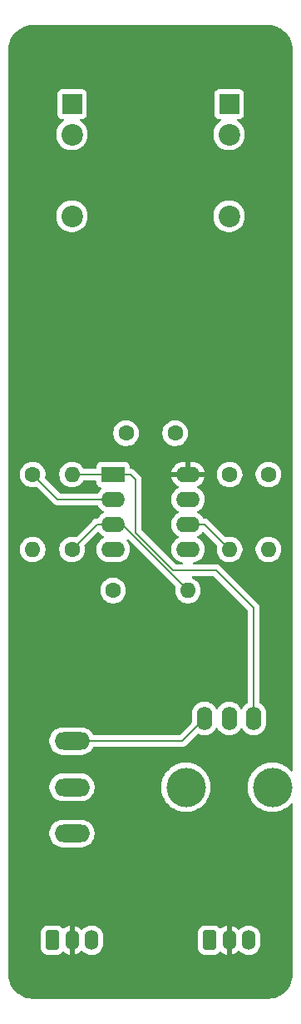
<source format=gbr>
%TF.GenerationSoftware,KiCad,Pcbnew,9.0.1*%
%TF.CreationDate,2025-06-14T20:15:42+10:00*%
%TF.ProjectId,LFO,4c464f2e-6b69-4636-9164-5f7063625858,rev?*%
%TF.SameCoordinates,Original*%
%TF.FileFunction,Copper,L2,Bot*%
%TF.FilePolarity,Positive*%
%FSLAX46Y46*%
G04 Gerber Fmt 4.6, Leading zero omitted, Abs format (unit mm)*
G04 Created by KiCad (PCBNEW 9.0.1) date 2025-06-14 20:15:42*
%MOMM*%
%LPD*%
G01*
G04 APERTURE LIST*
G04 Aperture macros list*
%AMRoundRect*
0 Rectangle with rounded corners*
0 $1 Rounding radius*
0 $2 $3 $4 $5 $6 $7 $8 $9 X,Y pos of 4 corners*
0 Add a 4 corners polygon primitive as box body*
4,1,4,$2,$3,$4,$5,$6,$7,$8,$9,$2,$3,0*
0 Add four circle primitives for the rounded corners*
1,1,$1+$1,$2,$3*
1,1,$1+$1,$4,$5*
1,1,$1+$1,$6,$7*
1,1,$1+$1,$8,$9*
0 Add four rect primitives between the rounded corners*
20,1,$1+$1,$2,$3,$4,$5,0*
20,1,$1+$1,$4,$5,$6,$7,0*
20,1,$1+$1,$6,$7,$8,$9,0*
20,1,$1+$1,$8,$9,$2,$3,0*%
G04 Aperture macros list end*
%TA.AperFunction,ComponentPad*%
%ADD10C,1.600000*%
%TD*%
%TA.AperFunction,ComponentPad*%
%ADD11O,1.600000X1.600000*%
%TD*%
%TA.AperFunction,WasherPad*%
%ADD12C,4.000000*%
%TD*%
%TA.AperFunction,ComponentPad*%
%ADD13O,1.600000X2.400000*%
%TD*%
%TA.AperFunction,ComponentPad*%
%ADD14RoundRect,0.291666X-0.408334X-0.708334X0.408334X-0.708334X0.408334X0.708334X-0.408334X0.708334X0*%
%TD*%
%TA.AperFunction,ComponentPad*%
%ADD15O,1.400000X2.000000*%
%TD*%
%TA.AperFunction,ComponentPad*%
%ADD16R,2.000000X2.000000*%
%TD*%
%TA.AperFunction,ComponentPad*%
%ADD17C,2.200000*%
%TD*%
%TA.AperFunction,ComponentPad*%
%ADD18O,3.600000X1.800000*%
%TD*%
%TA.AperFunction,ComponentPad*%
%ADD19R,2.400000X1.600000*%
%TD*%
%TA.AperFunction,ComponentPad*%
%ADD20O,2.400000X1.600000*%
%TD*%
%TA.AperFunction,Conductor*%
%ADD21C,0.200000*%
%TD*%
G04 APERTURE END LIST*
D10*
%TO.P,R5,1*%
%TO.N,Net-(J2-PadT)*%
X162000000Y-96190000D03*
D11*
%TO.P,R5,2*%
%TO.N,Net-(U1B--)*%
X162000000Y-103810000D03*
%TD*%
D10*
%TO.P,R3,1*%
%TO.N,GND*%
X146190000Y-108000000D03*
D11*
%TO.P,R3,2*%
%TO.N,Net-(SW1-C)*%
X153810000Y-108000000D03*
%TD*%
D10*
%TO.P,R1,1*%
%TO.N,Net-(U1A--)*%
X138000000Y-96190000D03*
D11*
%TO.P,R1,2*%
%TO.N,Net-(SW1-A)*%
X138000000Y-103810000D03*
%TD*%
D10*
%TO.P,R4,1*%
%TO.N,Net-(J1-PadT)*%
X158050000Y-96190000D03*
D11*
%TO.P,R4,2*%
%TO.N,Net-(U1B--)*%
X158050000Y-103810000D03*
%TD*%
D10*
%TO.P,R2,1*%
%TO.N,Net-(SW1-C)*%
X142000000Y-103810000D03*
D11*
%TO.P,R2,2*%
%TO.N,Net-(R2-Pad2)*%
X142000000Y-96190000D03*
%TD*%
D12*
%TO.P,RV1,*%
%TO.N,*%
X162400000Y-128000000D03*
X153600000Y-128000000D03*
D13*
%TO.P,RV1,1,1*%
%TO.N,Net-(SW1-A)*%
X155499999Y-121000000D03*
%TO.P,RV1,2,2*%
X158000000Y-121000000D03*
%TO.P,RV1,3,3*%
%TO.N,Net-(R2-Pad2)*%
X160500001Y-121000000D03*
%TD*%
D14*
%TO.P,J3,1,Pin_1*%
%TO.N,GND*%
X140000000Y-143550000D03*
D15*
%TO.P,J3,2,Pin_2*%
%TO.N,VDD*%
X142000000Y-143550000D03*
%TO.P,J3,3,Pin_3*%
%TO.N,VSS*%
X144000000Y-143550000D03*
%TD*%
D14*
%TO.P,J4,1,Pin_1*%
%TO.N,GND*%
X156000000Y-143550000D03*
D15*
%TO.P,J4,2,Pin_2*%
%TO.N,VDD*%
X158000000Y-143550000D03*
%TO.P,J4,3,Pin_3*%
%TO.N,VSS*%
X160000000Y-143550000D03*
%TD*%
D16*
%TO.P,J1,G*%
%TO.N,GND*%
X142000000Y-58520000D03*
D17*
%TO.P,J1,S*%
X142000000Y-61620000D03*
%TO.P,J1,T*%
%TO.N,Net-(J1-PadT)*%
X142000000Y-69920000D03*
%TD*%
D16*
%TO.P,J2,G*%
%TO.N,GND*%
X158000000Y-58520000D03*
D17*
%TO.P,J2,S*%
X158000000Y-61620000D03*
%TO.P,J2,T*%
%TO.N,Net-(J2-PadT)*%
X158000000Y-69920000D03*
%TD*%
D18*
%TO.P,SW1,1,A*%
%TO.N,Net-(SW1-A)*%
X142000000Y-123300000D03*
%TO.P,SW1,2,B*%
%TO.N,Net-(SW1-B)*%
X142000000Y-128000000D03*
%TO.P,SW1,3,C*%
%TO.N,Net-(SW1-C)*%
X142000000Y-132700000D03*
%TD*%
D19*
%TO.P,U1,1*%
%TO.N,Net-(R2-Pad2)*%
X146190000Y-96190000D03*
D20*
%TO.P,U1,2,-*%
%TO.N,Net-(U1A--)*%
X146190000Y-98730000D03*
%TO.P,U1,3,+*%
%TO.N,Net-(SW1-C)*%
X146190000Y-101270000D03*
%TO.P,U1,4,V-*%
%TO.N,VSS*%
X146190000Y-103810000D03*
%TO.P,U1,5,+*%
%TO.N,Net-(SW1-B)*%
X153810000Y-103810000D03*
%TO.P,U1,6,-*%
%TO.N,Net-(U1B--)*%
X153810000Y-101270000D03*
%TO.P,U1,7*%
X153810000Y-98730000D03*
%TO.P,U1,8,V+*%
%TO.N,VDD*%
X153810000Y-96190000D03*
%TD*%
D10*
%TO.P,C1,1*%
%TO.N,Net-(U1A--)*%
X147500000Y-92000000D03*
%TO.P,C1,2*%
%TO.N,GND*%
X152500000Y-92000000D03*
%TD*%
D21*
%TO.N,Net-(U1A--)*%
X138000000Y-96190000D02*
X140540000Y-98730000D01*
X140540000Y-98730000D02*
X146190000Y-98730000D01*
%TO.N,Net-(SW1-A)*%
X142000000Y-123300000D02*
X153199999Y-123300000D01*
X153199999Y-123300000D02*
X155499999Y-121000000D01*
%TO.N,Net-(SW1-C)*%
X144540000Y-101270000D02*
X142000000Y-103810000D01*
X146190000Y-101270000D02*
X147080000Y-101270000D01*
X147080000Y-101270000D02*
X153810000Y-108000000D01*
X146190000Y-101270000D02*
X144540000Y-101270000D01*
%TO.N,Net-(R2-Pad2)*%
X156686450Y-105936450D02*
X160500000Y-109750000D01*
X142000000Y-96190000D02*
X146190000Y-96190000D01*
X148500000Y-96750000D02*
X148500000Y-102122900D01*
X160500000Y-109750000D02*
X160500001Y-121000000D01*
X147940000Y-96190000D02*
X148500000Y-96750000D01*
X148500000Y-102122900D02*
X152313550Y-105936450D01*
X152313550Y-105936450D02*
X156686450Y-105936450D01*
X146190000Y-96190000D02*
X147940000Y-96190000D01*
%TO.N,Net-(U1B--)*%
X153810000Y-101270000D02*
X155510000Y-101270000D01*
X155510000Y-101270000D02*
X158050000Y-103810000D01*
%TD*%
%TA.AperFunction,Conductor*%
%TO.N,VDD*%
G36*
X162003736Y-50500726D02*
G01*
X162293796Y-50518271D01*
X162308659Y-50520076D01*
X162590798Y-50571780D01*
X162605335Y-50575363D01*
X162879172Y-50660695D01*
X162893163Y-50666000D01*
X163154743Y-50783727D01*
X163167989Y-50790680D01*
X163413465Y-50939075D01*
X163425776Y-50947573D01*
X163651573Y-51124473D01*
X163662781Y-51134403D01*
X163865596Y-51337218D01*
X163875526Y-51348426D01*
X163995481Y-51501538D01*
X164052422Y-51574217D01*
X164060928Y-51586540D01*
X164209316Y-51832004D01*
X164216275Y-51845263D01*
X164333997Y-52106831D01*
X164339306Y-52120832D01*
X164424635Y-52394663D01*
X164428219Y-52409201D01*
X164479923Y-52691340D01*
X164481728Y-52706205D01*
X164499274Y-52996263D01*
X164499500Y-53003750D01*
X164499500Y-126267827D01*
X164479815Y-126334866D01*
X164427011Y-126380621D01*
X164357853Y-126390565D01*
X164294297Y-126361540D01*
X164278553Y-126345140D01*
X164267416Y-126331175D01*
X164068824Y-126132583D01*
X164013060Y-126088113D01*
X163849248Y-125957477D01*
X163611445Y-125808055D01*
X163611442Y-125808053D01*
X163358411Y-125686200D01*
X163093329Y-125593443D01*
X163093317Y-125593439D01*
X162819512Y-125530945D01*
X162819494Y-125530942D01*
X162540431Y-125499500D01*
X162540425Y-125499500D01*
X162259575Y-125499500D01*
X162259568Y-125499500D01*
X161980505Y-125530942D01*
X161980487Y-125530945D01*
X161706682Y-125593439D01*
X161706670Y-125593443D01*
X161441588Y-125686200D01*
X161188557Y-125808053D01*
X160950753Y-125957476D01*
X160731175Y-126132583D01*
X160532583Y-126331175D01*
X160357476Y-126550753D01*
X160208053Y-126788557D01*
X160086200Y-127041588D01*
X159993443Y-127306670D01*
X159993439Y-127306682D01*
X159930945Y-127580487D01*
X159930942Y-127580505D01*
X159899500Y-127859568D01*
X159899500Y-128140431D01*
X159930942Y-128419494D01*
X159930945Y-128419512D01*
X159993439Y-128693317D01*
X159993443Y-128693329D01*
X160086200Y-128958411D01*
X160208053Y-129211442D01*
X160208055Y-129211445D01*
X160357477Y-129449248D01*
X160487162Y-129611868D01*
X160532581Y-129668822D01*
X160532584Y-129668825D01*
X160731175Y-129867416D01*
X160950752Y-130042523D01*
X161188555Y-130191945D01*
X161441592Y-130313801D01*
X161640680Y-130383465D01*
X161706670Y-130406556D01*
X161706682Y-130406560D01*
X161980491Y-130469055D01*
X161980497Y-130469055D01*
X161980505Y-130469057D01*
X162166547Y-130490018D01*
X162259569Y-130500499D01*
X162259572Y-130500500D01*
X162259575Y-130500500D01*
X162540428Y-130500500D01*
X162540429Y-130500499D01*
X162683055Y-130484429D01*
X162819494Y-130469057D01*
X162819499Y-130469056D01*
X162819509Y-130469055D01*
X163093318Y-130406560D01*
X163358408Y-130313801D01*
X163611445Y-130191945D01*
X163849248Y-130042523D01*
X164068825Y-129867416D01*
X164267416Y-129668825D01*
X164278551Y-129654861D01*
X164335739Y-129614720D01*
X164405550Y-129611868D01*
X164465821Y-129647212D01*
X164497415Y-129709530D01*
X164499500Y-129732172D01*
X164499500Y-146996249D01*
X164499274Y-147003736D01*
X164481728Y-147293794D01*
X164479923Y-147308659D01*
X164428219Y-147590798D01*
X164424635Y-147605336D01*
X164339306Y-147879167D01*
X164333997Y-147893168D01*
X164216275Y-148154736D01*
X164209316Y-148167995D01*
X164060928Y-148413459D01*
X164052422Y-148425782D01*
X163875526Y-148651573D01*
X163865596Y-148662781D01*
X163662781Y-148865596D01*
X163651573Y-148875526D01*
X163425782Y-149052422D01*
X163413459Y-149060928D01*
X163167995Y-149209316D01*
X163154736Y-149216275D01*
X162893168Y-149333997D01*
X162879167Y-149339306D01*
X162605336Y-149424635D01*
X162590798Y-149428219D01*
X162308659Y-149479923D01*
X162293794Y-149481728D01*
X162014454Y-149498624D01*
X162003735Y-149499273D01*
X161996250Y-149499499D01*
X138003734Y-149499499D01*
X137996247Y-149499273D01*
X137706205Y-149481728D01*
X137691340Y-149479923D01*
X137409201Y-149428219D01*
X137394663Y-149424635D01*
X137120832Y-149339306D01*
X137106831Y-149333997D01*
X136845263Y-149216275D01*
X136832004Y-149209316D01*
X136586540Y-149060928D01*
X136574217Y-149052422D01*
X136348426Y-148875526D01*
X136337218Y-148865596D01*
X136134403Y-148662781D01*
X136124473Y-148651573D01*
X135947573Y-148425776D01*
X135939075Y-148413465D01*
X135790680Y-148167989D01*
X135783727Y-148154743D01*
X135666000Y-147893163D01*
X135660693Y-147879167D01*
X135575364Y-147605336D01*
X135571780Y-147590798D01*
X135520076Y-147308659D01*
X135518271Y-147293794D01*
X135500726Y-147003736D01*
X135500500Y-146996249D01*
X135500500Y-142797176D01*
X138799500Y-142797176D01*
X138799500Y-144302818D01*
X138799501Y-144302822D01*
X138814474Y-144435720D01*
X138873433Y-144604218D01*
X138968406Y-144755365D01*
X138968407Y-144755366D01*
X139094634Y-144881593D01*
X139245783Y-144976567D01*
X139330030Y-145006046D01*
X139414279Y-145035526D01*
X139499271Y-145045101D01*
X139547183Y-145050500D01*
X140452816Y-145050499D01*
X140452818Y-145050499D01*
X140452819Y-145050498D01*
X140585723Y-145035525D01*
X140754217Y-144976567D01*
X140905366Y-144881593D01*
X141031593Y-144755366D01*
X141031593Y-144755365D01*
X141032270Y-144754689D01*
X141093593Y-144721204D01*
X141163285Y-144726188D01*
X141207632Y-144754689D01*
X141218253Y-144765310D01*
X141218258Y-144765314D01*
X141371059Y-144876329D01*
X141539362Y-144962085D01*
X141718997Y-145020451D01*
X141750000Y-145025362D01*
X141750000Y-143830330D01*
X141769745Y-143850075D01*
X141855255Y-143899444D01*
X141950630Y-143925000D01*
X142049370Y-143925000D01*
X142144745Y-143899444D01*
X142230255Y-143850075D01*
X142250000Y-143830330D01*
X142250000Y-145025361D01*
X142281002Y-145020451D01*
X142460637Y-144962085D01*
X142628940Y-144876329D01*
X142781741Y-144765314D01*
X142781746Y-144765310D01*
X142911966Y-144635091D01*
X142973289Y-144601606D01*
X143042981Y-144606590D01*
X143087328Y-144635091D01*
X143217927Y-144765690D01*
X143370801Y-144876760D01*
X143450347Y-144917290D01*
X143539163Y-144962545D01*
X143539165Y-144962545D01*
X143539168Y-144962547D01*
X143582314Y-144976566D01*
X143718881Y-145020940D01*
X143905514Y-145050500D01*
X143905519Y-145050500D01*
X144094486Y-145050500D01*
X144281118Y-145020940D01*
X144282623Y-145020451D01*
X144460832Y-144962547D01*
X144629199Y-144876760D01*
X144782073Y-144765690D01*
X144915690Y-144632073D01*
X145026760Y-144479199D01*
X145112547Y-144310832D01*
X145170940Y-144131118D01*
X145200500Y-143944486D01*
X145200500Y-143155513D01*
X145170940Y-142968881D01*
X145153931Y-142916536D01*
X145115149Y-142797176D01*
X154799500Y-142797176D01*
X154799500Y-144302818D01*
X154799501Y-144302822D01*
X154814474Y-144435720D01*
X154873433Y-144604218D01*
X154968406Y-144755365D01*
X154968407Y-144755366D01*
X155094634Y-144881593D01*
X155245783Y-144976567D01*
X155330030Y-145006046D01*
X155414279Y-145035526D01*
X155499271Y-145045101D01*
X155547183Y-145050500D01*
X156452816Y-145050499D01*
X156452818Y-145050499D01*
X156452819Y-145050498D01*
X156585723Y-145035525D01*
X156754217Y-144976567D01*
X156905366Y-144881593D01*
X157031593Y-144755366D01*
X157031593Y-144755365D01*
X157032270Y-144754689D01*
X157093593Y-144721204D01*
X157163285Y-144726188D01*
X157207632Y-144754689D01*
X157218253Y-144765310D01*
X157218258Y-144765314D01*
X157371059Y-144876329D01*
X157539362Y-144962085D01*
X157718997Y-145020451D01*
X157750000Y-145025362D01*
X157750000Y-143830330D01*
X157769745Y-143850075D01*
X157855255Y-143899444D01*
X157950630Y-143925000D01*
X158049370Y-143925000D01*
X158144745Y-143899444D01*
X158230255Y-143850075D01*
X158250000Y-143830330D01*
X158250000Y-145025361D01*
X158281002Y-145020451D01*
X158460637Y-144962085D01*
X158628940Y-144876329D01*
X158781741Y-144765314D01*
X158781746Y-144765310D01*
X158911966Y-144635091D01*
X158973289Y-144601606D01*
X159042981Y-144606590D01*
X159087328Y-144635091D01*
X159217927Y-144765690D01*
X159370801Y-144876760D01*
X159450347Y-144917290D01*
X159539163Y-144962545D01*
X159539165Y-144962545D01*
X159539168Y-144962547D01*
X159582314Y-144976566D01*
X159718881Y-145020940D01*
X159905514Y-145050500D01*
X159905519Y-145050500D01*
X160094486Y-145050500D01*
X160281118Y-145020940D01*
X160282623Y-145020451D01*
X160460832Y-144962547D01*
X160629199Y-144876760D01*
X160782073Y-144765690D01*
X160915690Y-144632073D01*
X161026760Y-144479199D01*
X161112547Y-144310832D01*
X161170940Y-144131118D01*
X161200500Y-143944486D01*
X161200500Y-143155513D01*
X161170940Y-142968881D01*
X161143846Y-142885497D01*
X161112547Y-142789168D01*
X161112545Y-142789165D01*
X161112545Y-142789163D01*
X161026759Y-142620800D01*
X160915690Y-142467927D01*
X160782073Y-142334310D01*
X160629199Y-142223240D01*
X160619712Y-142218406D01*
X160460836Y-142137454D01*
X160281118Y-142079059D01*
X160094486Y-142049500D01*
X160094481Y-142049500D01*
X159905519Y-142049500D01*
X159905514Y-142049500D01*
X159718881Y-142079059D01*
X159539163Y-142137454D01*
X159370800Y-142223240D01*
X159283579Y-142286610D01*
X159217927Y-142334310D01*
X159217925Y-142334312D01*
X159217924Y-142334312D01*
X159087328Y-142464909D01*
X159026005Y-142498394D01*
X158956313Y-142493410D01*
X158911966Y-142464909D01*
X158781746Y-142334689D01*
X158781741Y-142334685D01*
X158628940Y-142223670D01*
X158460635Y-142137913D01*
X158281004Y-142079549D01*
X158280995Y-142079547D01*
X158250000Y-142074637D01*
X158250000Y-143269670D01*
X158230255Y-143249925D01*
X158144745Y-143200556D01*
X158049370Y-143175000D01*
X157950630Y-143175000D01*
X157855255Y-143200556D01*
X157769745Y-143249925D01*
X157750000Y-143269670D01*
X157750000Y-142074637D01*
X157749999Y-142074637D01*
X157719004Y-142079547D01*
X157718995Y-142079549D01*
X157539364Y-142137913D01*
X157371059Y-142223670D01*
X157218255Y-142334687D01*
X157218247Y-142334694D01*
X157207628Y-142345313D01*
X157146304Y-142378796D01*
X157076612Y-142373809D01*
X157032269Y-142345310D01*
X156905365Y-142218406D01*
X156754218Y-142123433D01*
X156585720Y-142064473D01*
X156452821Y-142049500D01*
X155547181Y-142049500D01*
X155547177Y-142049501D01*
X155414279Y-142064474D01*
X155245781Y-142123433D01*
X155094634Y-142218406D01*
X154968406Y-142344634D01*
X154873433Y-142495781D01*
X154814473Y-142664279D01*
X154799500Y-142797176D01*
X145115149Y-142797176D01*
X145112547Y-142789168D01*
X145112545Y-142789165D01*
X145112545Y-142789163D01*
X145026759Y-142620800D01*
X144915690Y-142467927D01*
X144782073Y-142334310D01*
X144629199Y-142223240D01*
X144619712Y-142218406D01*
X144460836Y-142137454D01*
X144281118Y-142079059D01*
X144094486Y-142049500D01*
X144094481Y-142049500D01*
X143905519Y-142049500D01*
X143905514Y-142049500D01*
X143718881Y-142079059D01*
X143539163Y-142137454D01*
X143370800Y-142223240D01*
X143283579Y-142286610D01*
X143217927Y-142334310D01*
X143217925Y-142334312D01*
X143217924Y-142334312D01*
X143087328Y-142464909D01*
X143026005Y-142498394D01*
X142956313Y-142493410D01*
X142911966Y-142464909D01*
X142781746Y-142334689D01*
X142781741Y-142334685D01*
X142628940Y-142223670D01*
X142460635Y-142137913D01*
X142281004Y-142079549D01*
X142280995Y-142079547D01*
X142250000Y-142074637D01*
X142250000Y-143269670D01*
X142230255Y-143249925D01*
X142144745Y-143200556D01*
X142049370Y-143175000D01*
X141950630Y-143175000D01*
X141855255Y-143200556D01*
X141769745Y-143249925D01*
X141750000Y-143269670D01*
X141750000Y-142074637D01*
X141749999Y-142074637D01*
X141719004Y-142079547D01*
X141718995Y-142079549D01*
X141539364Y-142137913D01*
X141371059Y-142223670D01*
X141218255Y-142334687D01*
X141218247Y-142334694D01*
X141207628Y-142345313D01*
X141146304Y-142378796D01*
X141076612Y-142373809D01*
X141032269Y-142345310D01*
X140905365Y-142218406D01*
X140754218Y-142123433D01*
X140585720Y-142064473D01*
X140452821Y-142049500D01*
X139547181Y-142049500D01*
X139547177Y-142049501D01*
X139414279Y-142064474D01*
X139245781Y-142123433D01*
X139094634Y-142218406D01*
X138968406Y-142344634D01*
X138873433Y-142495781D01*
X138814473Y-142664279D01*
X138799500Y-142797176D01*
X135500500Y-142797176D01*
X135500500Y-132589778D01*
X139699500Y-132589778D01*
X139699500Y-132810221D01*
X139733985Y-133027952D01*
X139802103Y-133237603D01*
X139802104Y-133237606D01*
X139902187Y-133434025D01*
X140031752Y-133612358D01*
X140031756Y-133612363D01*
X140187636Y-133768243D01*
X140187641Y-133768247D01*
X140343192Y-133881260D01*
X140365978Y-133897815D01*
X140494375Y-133963237D01*
X140562393Y-133997895D01*
X140562396Y-133997896D01*
X140667221Y-134031955D01*
X140772049Y-134066015D01*
X140989778Y-134100500D01*
X140989779Y-134100500D01*
X143010221Y-134100500D01*
X143010222Y-134100500D01*
X143227951Y-134066015D01*
X143437606Y-133997895D01*
X143634022Y-133897815D01*
X143812365Y-133768242D01*
X143968242Y-133612365D01*
X144097815Y-133434022D01*
X144197895Y-133237606D01*
X144266015Y-133027951D01*
X144300500Y-132810222D01*
X144300500Y-132589778D01*
X144266015Y-132372049D01*
X144197895Y-132162394D01*
X144197895Y-132162393D01*
X144163237Y-132094375D01*
X144097815Y-131965978D01*
X144081260Y-131943192D01*
X143968247Y-131787641D01*
X143968243Y-131787636D01*
X143812363Y-131631756D01*
X143812358Y-131631752D01*
X143634025Y-131502187D01*
X143634024Y-131502186D01*
X143634022Y-131502185D01*
X143571096Y-131470122D01*
X143437606Y-131402104D01*
X143437603Y-131402103D01*
X143227952Y-131333985D01*
X143119086Y-131316742D01*
X143010222Y-131299500D01*
X140989778Y-131299500D01*
X140917201Y-131310995D01*
X140772047Y-131333985D01*
X140562396Y-131402103D01*
X140562393Y-131402104D01*
X140365974Y-131502187D01*
X140187641Y-131631752D01*
X140187636Y-131631756D01*
X140031756Y-131787636D01*
X140031752Y-131787641D01*
X139902187Y-131965974D01*
X139802104Y-132162393D01*
X139802103Y-132162396D01*
X139733985Y-132372047D01*
X139699500Y-132589778D01*
X135500500Y-132589778D01*
X135500500Y-127889778D01*
X139699500Y-127889778D01*
X139699500Y-128110221D01*
X139733985Y-128327952D01*
X139802103Y-128537603D01*
X139802104Y-128537606D01*
X139902187Y-128734025D01*
X140031752Y-128912358D01*
X140031756Y-128912363D01*
X140187636Y-129068243D01*
X140187641Y-129068247D01*
X140343192Y-129181260D01*
X140365978Y-129197815D01*
X140494375Y-129263237D01*
X140562393Y-129297895D01*
X140562396Y-129297896D01*
X140667221Y-129331955D01*
X140772049Y-129366015D01*
X140989778Y-129400500D01*
X140989779Y-129400500D01*
X143010221Y-129400500D01*
X143010222Y-129400500D01*
X143227951Y-129366015D01*
X143437606Y-129297895D01*
X143634022Y-129197815D01*
X143812365Y-129068242D01*
X143968242Y-128912365D01*
X144097815Y-128734022D01*
X144197895Y-128537606D01*
X144266015Y-128327951D01*
X144300500Y-128110222D01*
X144300500Y-127889778D01*
X144295715Y-127859568D01*
X151099500Y-127859568D01*
X151099500Y-128140431D01*
X151130942Y-128419494D01*
X151130945Y-128419512D01*
X151193439Y-128693317D01*
X151193443Y-128693329D01*
X151286200Y-128958411D01*
X151408053Y-129211442D01*
X151408055Y-129211445D01*
X151557477Y-129449248D01*
X151687162Y-129611868D01*
X151732581Y-129668822D01*
X151732584Y-129668825D01*
X151931175Y-129867416D01*
X152150752Y-130042523D01*
X152388555Y-130191945D01*
X152641592Y-130313801D01*
X152840680Y-130383465D01*
X152906670Y-130406556D01*
X152906682Y-130406560D01*
X153180491Y-130469055D01*
X153180497Y-130469055D01*
X153180505Y-130469057D01*
X153366547Y-130490018D01*
X153459569Y-130500499D01*
X153459572Y-130500500D01*
X153459575Y-130500500D01*
X153740428Y-130500500D01*
X153740429Y-130500499D01*
X153883055Y-130484429D01*
X154019494Y-130469057D01*
X154019499Y-130469056D01*
X154019509Y-130469055D01*
X154293318Y-130406560D01*
X154558408Y-130313801D01*
X154811445Y-130191945D01*
X155049248Y-130042523D01*
X155268825Y-129867416D01*
X155467416Y-129668825D01*
X155642523Y-129449248D01*
X155791945Y-129211445D01*
X155913801Y-128958408D01*
X156006560Y-128693318D01*
X156069055Y-128419509D01*
X156100500Y-128140425D01*
X156100500Y-127859575D01*
X156069055Y-127580491D01*
X156006560Y-127306682D01*
X155913801Y-127041592D01*
X155791945Y-126788555D01*
X155642523Y-126550752D01*
X155467416Y-126331175D01*
X155268825Y-126132584D01*
X155049248Y-125957477D01*
X154811445Y-125808055D01*
X154811442Y-125808053D01*
X154558411Y-125686200D01*
X154293329Y-125593443D01*
X154293317Y-125593439D01*
X154019512Y-125530945D01*
X154019494Y-125530942D01*
X153740431Y-125499500D01*
X153740425Y-125499500D01*
X153459575Y-125499500D01*
X153459568Y-125499500D01*
X153180505Y-125530942D01*
X153180487Y-125530945D01*
X152906682Y-125593439D01*
X152906670Y-125593443D01*
X152641588Y-125686200D01*
X152388557Y-125808053D01*
X152150753Y-125957476D01*
X151931175Y-126132583D01*
X151732583Y-126331175D01*
X151557476Y-126550753D01*
X151408053Y-126788557D01*
X151286200Y-127041588D01*
X151193443Y-127306670D01*
X151193439Y-127306682D01*
X151130945Y-127580487D01*
X151130942Y-127580505D01*
X151099500Y-127859568D01*
X144295715Y-127859568D01*
X144266015Y-127672049D01*
X144197895Y-127462394D01*
X144197895Y-127462393D01*
X144163237Y-127394375D01*
X144097815Y-127265978D01*
X144081260Y-127243192D01*
X143968247Y-127087641D01*
X143968243Y-127087636D01*
X143812363Y-126931756D01*
X143812358Y-126931752D01*
X143634025Y-126802187D01*
X143634024Y-126802186D01*
X143634022Y-126802185D01*
X143571096Y-126770122D01*
X143437606Y-126702104D01*
X143437603Y-126702103D01*
X143227952Y-126633985D01*
X143119086Y-126616742D01*
X143010222Y-126599500D01*
X140989778Y-126599500D01*
X140917201Y-126610995D01*
X140772047Y-126633985D01*
X140562396Y-126702103D01*
X140562393Y-126702104D01*
X140365974Y-126802187D01*
X140187641Y-126931752D01*
X140187636Y-126931756D01*
X140031756Y-127087636D01*
X140031752Y-127087641D01*
X139902187Y-127265974D01*
X139802104Y-127462393D01*
X139802103Y-127462396D01*
X139733985Y-127672047D01*
X139699500Y-127889778D01*
X135500500Y-127889778D01*
X135500500Y-107897648D01*
X144889500Y-107897648D01*
X144889500Y-108102351D01*
X144921522Y-108304534D01*
X144984781Y-108499223D01*
X145077715Y-108681613D01*
X145198028Y-108847213D01*
X145342786Y-108991971D01*
X145497749Y-109104556D01*
X145508390Y-109112287D01*
X145624607Y-109171503D01*
X145690776Y-109205218D01*
X145690778Y-109205218D01*
X145690781Y-109205220D01*
X145795137Y-109239127D01*
X145885465Y-109268477D01*
X145986557Y-109284488D01*
X146087648Y-109300500D01*
X146087649Y-109300500D01*
X146292351Y-109300500D01*
X146292352Y-109300500D01*
X146494534Y-109268477D01*
X146689219Y-109205220D01*
X146871610Y-109112287D01*
X146964590Y-109044732D01*
X147037213Y-108991971D01*
X147037215Y-108991968D01*
X147037219Y-108991966D01*
X147181966Y-108847219D01*
X147181968Y-108847215D01*
X147181971Y-108847213D01*
X147234732Y-108774590D01*
X147302287Y-108681610D01*
X147395220Y-108499219D01*
X147458477Y-108304534D01*
X147490500Y-108102352D01*
X147490500Y-107897648D01*
X147458477Y-107695466D01*
X147395220Y-107500781D01*
X147395218Y-107500778D01*
X147395218Y-107500776D01*
X147361503Y-107434607D01*
X147302287Y-107318390D01*
X147294556Y-107307749D01*
X147181971Y-107152786D01*
X147037213Y-107008028D01*
X146871613Y-106887715D01*
X146871612Y-106887714D01*
X146871610Y-106887713D01*
X146814653Y-106858691D01*
X146689223Y-106794781D01*
X146494534Y-106731522D01*
X146319995Y-106703878D01*
X146292352Y-106699500D01*
X146087648Y-106699500D01*
X146063329Y-106703351D01*
X145885465Y-106731522D01*
X145690776Y-106794781D01*
X145508386Y-106887715D01*
X145342786Y-107008028D01*
X145198028Y-107152786D01*
X145077715Y-107318386D01*
X144984781Y-107500776D01*
X144921522Y-107695465D01*
X144889500Y-107897648D01*
X135500500Y-107897648D01*
X135500500Y-103707648D01*
X136699500Y-103707648D01*
X136699500Y-103912351D01*
X136731522Y-104114534D01*
X136794781Y-104309223D01*
X136887715Y-104491613D01*
X137008028Y-104657213D01*
X137152786Y-104801971D01*
X137307749Y-104914556D01*
X137318390Y-104922287D01*
X137434607Y-104981503D01*
X137500776Y-105015218D01*
X137500778Y-105015218D01*
X137500781Y-105015220D01*
X137605137Y-105049127D01*
X137695465Y-105078477D01*
X137764916Y-105089477D01*
X137897648Y-105110500D01*
X137897649Y-105110500D01*
X138102351Y-105110500D01*
X138102352Y-105110500D01*
X138304534Y-105078477D01*
X138499219Y-105015220D01*
X138681610Y-104922287D01*
X138774590Y-104854732D01*
X138847213Y-104801971D01*
X138847215Y-104801968D01*
X138847219Y-104801966D01*
X138991966Y-104657219D01*
X138991968Y-104657215D01*
X138991971Y-104657213D01*
X139044732Y-104584590D01*
X139112287Y-104491610D01*
X139205220Y-104309219D01*
X139268477Y-104114534D01*
X139300500Y-103912352D01*
X139300500Y-103707648D01*
X139268477Y-103505466D01*
X139205220Y-103310781D01*
X139205218Y-103310778D01*
X139205218Y-103310776D01*
X139171503Y-103244607D01*
X139112287Y-103128390D01*
X139104556Y-103117749D01*
X138991971Y-102962786D01*
X138847213Y-102818028D01*
X138681613Y-102697715D01*
X138681612Y-102697714D01*
X138681610Y-102697713D01*
X138624653Y-102668691D01*
X138499223Y-102604781D01*
X138304534Y-102541522D01*
X138129995Y-102513878D01*
X138102352Y-102509500D01*
X137897648Y-102509500D01*
X137873329Y-102513351D01*
X137695465Y-102541522D01*
X137500776Y-102604781D01*
X137318386Y-102697715D01*
X137152786Y-102818028D01*
X137008028Y-102962786D01*
X136887715Y-103128386D01*
X136794781Y-103310776D01*
X136731522Y-103505465D01*
X136699500Y-103707648D01*
X135500500Y-103707648D01*
X135500500Y-96087648D01*
X136699500Y-96087648D01*
X136699500Y-96292351D01*
X136731522Y-96494534D01*
X136794781Y-96689223D01*
X136846385Y-96790500D01*
X136883320Y-96862989D01*
X136887715Y-96871613D01*
X137008028Y-97037213D01*
X137152786Y-97181971D01*
X137307749Y-97294556D01*
X137318390Y-97302287D01*
X137407212Y-97347544D01*
X137500776Y-97395218D01*
X137500778Y-97395218D01*
X137500781Y-97395220D01*
X137583469Y-97422087D01*
X137695465Y-97458477D01*
X137796557Y-97474488D01*
X137897648Y-97490500D01*
X137897649Y-97490500D01*
X138102351Y-97490500D01*
X138102352Y-97490500D01*
X138304534Y-97458477D01*
X138318842Y-97453827D01*
X138388682Y-97451831D01*
X138444842Y-97484077D01*
X140055139Y-99094374D01*
X140055149Y-99094385D01*
X140059479Y-99098715D01*
X140059480Y-99098716D01*
X140171284Y-99210520D01*
X140171286Y-99210521D01*
X140171290Y-99210524D01*
X140308209Y-99289573D01*
X140308216Y-99289577D01*
X140420019Y-99319534D01*
X140460942Y-99330500D01*
X140460943Y-99330500D01*
X144560398Y-99330500D01*
X144627437Y-99350185D01*
X144670882Y-99398204D01*
X144674983Y-99406252D01*
X144677715Y-99411614D01*
X144798028Y-99577213D01*
X144942786Y-99721971D01*
X145097749Y-99834556D01*
X145108390Y-99842287D01*
X145199840Y-99888883D01*
X145201080Y-99889515D01*
X145251876Y-99937490D01*
X145268671Y-100005311D01*
X145246134Y-100071446D01*
X145201080Y-100110485D01*
X145108386Y-100157715D01*
X144942786Y-100278028D01*
X144798028Y-100422786D01*
X144677715Y-100588385D01*
X144676388Y-100590990D01*
X144671322Y-100600934D01*
X144670883Y-100601795D01*
X144622909Y-100652591D01*
X144560398Y-100669500D01*
X144460940Y-100669500D01*
X144420019Y-100680464D01*
X144420019Y-100680465D01*
X144382751Y-100690451D01*
X144308214Y-100710423D01*
X144308209Y-100710426D01*
X144171290Y-100789475D01*
X144171282Y-100789481D01*
X144059478Y-100901286D01*
X142444842Y-102515921D01*
X142383519Y-102549406D01*
X142318848Y-102546173D01*
X142304534Y-102541522D01*
X142129995Y-102513878D01*
X142102352Y-102509500D01*
X141897648Y-102509500D01*
X141873329Y-102513351D01*
X141695465Y-102541522D01*
X141500776Y-102604781D01*
X141318386Y-102697715D01*
X141152786Y-102818028D01*
X141008028Y-102962786D01*
X140887715Y-103128386D01*
X140794781Y-103310776D01*
X140731522Y-103505465D01*
X140699500Y-103707648D01*
X140699500Y-103912351D01*
X140731522Y-104114534D01*
X140794781Y-104309223D01*
X140887715Y-104491613D01*
X141008028Y-104657213D01*
X141152786Y-104801971D01*
X141307749Y-104914556D01*
X141318390Y-104922287D01*
X141434607Y-104981503D01*
X141500776Y-105015218D01*
X141500778Y-105015218D01*
X141500781Y-105015220D01*
X141605137Y-105049127D01*
X141695465Y-105078477D01*
X141764916Y-105089477D01*
X141897648Y-105110500D01*
X141897649Y-105110500D01*
X142102351Y-105110500D01*
X142102352Y-105110500D01*
X142304534Y-105078477D01*
X142499219Y-105015220D01*
X142681610Y-104922287D01*
X142774590Y-104854732D01*
X142847213Y-104801971D01*
X142847215Y-104801968D01*
X142847219Y-104801966D01*
X142991966Y-104657219D01*
X142991968Y-104657215D01*
X142991971Y-104657213D01*
X143044732Y-104584590D01*
X143112287Y-104491610D01*
X143205220Y-104309219D01*
X143268477Y-104114534D01*
X143300500Y-103912352D01*
X143300500Y-103707648D01*
X143268477Y-103505466D01*
X143263825Y-103491151D01*
X143261832Y-103421312D01*
X143294075Y-103365158D01*
X144587639Y-102071594D01*
X144648960Y-102038111D01*
X144718652Y-102043095D01*
X144774585Y-102084967D01*
X144775635Y-102086391D01*
X144798028Y-102117212D01*
X144798035Y-102117220D01*
X144942786Y-102261971D01*
X145067010Y-102352223D01*
X145108390Y-102382287D01*
X145199840Y-102428883D01*
X145201080Y-102429515D01*
X145251876Y-102477490D01*
X145268671Y-102545311D01*
X145246134Y-102611446D01*
X145201080Y-102650485D01*
X145108386Y-102697715D01*
X144942786Y-102818028D01*
X144798028Y-102962786D01*
X144677715Y-103128386D01*
X144584781Y-103310776D01*
X144521522Y-103505465D01*
X144489500Y-103707648D01*
X144489500Y-103912351D01*
X144521522Y-104114534D01*
X144584781Y-104309223D01*
X144677715Y-104491613D01*
X144798028Y-104657213D01*
X144942786Y-104801971D01*
X145097749Y-104914556D01*
X145108390Y-104922287D01*
X145224607Y-104981503D01*
X145290776Y-105015218D01*
X145290778Y-105015218D01*
X145290781Y-105015220D01*
X145395137Y-105049127D01*
X145485465Y-105078477D01*
X145554916Y-105089477D01*
X145687648Y-105110500D01*
X145687649Y-105110500D01*
X146692351Y-105110500D01*
X146692352Y-105110500D01*
X146894534Y-105078477D01*
X147089219Y-105015220D01*
X147271610Y-104922287D01*
X147364590Y-104854732D01*
X147437213Y-104801971D01*
X147437215Y-104801968D01*
X147437219Y-104801966D01*
X147581966Y-104657219D01*
X147581968Y-104657215D01*
X147581971Y-104657213D01*
X147634732Y-104584590D01*
X147702287Y-104491610D01*
X147795220Y-104309219D01*
X147858477Y-104114534D01*
X147890500Y-103912352D01*
X147890500Y-103707648D01*
X147858477Y-103505466D01*
X147795220Y-103310781D01*
X147795218Y-103310778D01*
X147795218Y-103310776D01*
X147761503Y-103244607D01*
X147702287Y-103128390D01*
X147692635Y-103115106D01*
X147600527Y-102988327D01*
X147577047Y-102922520D01*
X147592873Y-102854467D01*
X147642979Y-102805772D01*
X147711457Y-102791897D01*
X147776566Y-102817246D01*
X147788526Y-102827761D01*
X152515922Y-107555157D01*
X152549407Y-107616480D01*
X152546173Y-107681155D01*
X152541522Y-107695468D01*
X152509500Y-107897648D01*
X152509500Y-108102351D01*
X152541522Y-108304534D01*
X152604781Y-108499223D01*
X152697715Y-108681613D01*
X152818028Y-108847213D01*
X152962786Y-108991971D01*
X153117749Y-109104556D01*
X153128390Y-109112287D01*
X153244607Y-109171503D01*
X153310776Y-109205218D01*
X153310778Y-109205218D01*
X153310781Y-109205220D01*
X153415137Y-109239127D01*
X153505465Y-109268477D01*
X153606557Y-109284488D01*
X153707648Y-109300500D01*
X153707649Y-109300500D01*
X153912351Y-109300500D01*
X153912352Y-109300500D01*
X154114534Y-109268477D01*
X154309219Y-109205220D01*
X154491610Y-109112287D01*
X154584590Y-109044732D01*
X154657213Y-108991971D01*
X154657215Y-108991968D01*
X154657219Y-108991966D01*
X154801966Y-108847219D01*
X154801968Y-108847215D01*
X154801971Y-108847213D01*
X154854732Y-108774590D01*
X154922287Y-108681610D01*
X155015220Y-108499219D01*
X155078477Y-108304534D01*
X155110500Y-108102352D01*
X155110500Y-107897648D01*
X155078477Y-107695466D01*
X155015220Y-107500781D01*
X155015218Y-107500778D01*
X155015218Y-107500776D01*
X154981503Y-107434607D01*
X154922287Y-107318390D01*
X154914556Y-107307749D01*
X154801971Y-107152786D01*
X154657213Y-107008028D01*
X154491613Y-106887715D01*
X154491612Y-106887714D01*
X154491610Y-106887713D01*
X154434653Y-106858691D01*
X154309223Y-106794781D01*
X154284675Y-106786805D01*
X154260285Y-106778880D01*
X154202611Y-106739443D01*
X154175413Y-106675084D01*
X154187328Y-106606238D01*
X154234572Y-106554762D01*
X154298605Y-106536950D01*
X156386353Y-106536950D01*
X156453392Y-106556635D01*
X156474034Y-106573269D01*
X159863181Y-109962416D01*
X159896666Y-110023739D01*
X159899500Y-110050097D01*
X159899500Y-119370398D01*
X159879815Y-119437437D01*
X159831797Y-119480882D01*
X159818387Y-119487714D01*
X159652787Y-119608028D01*
X159508029Y-119752786D01*
X159387715Y-119918386D01*
X159360484Y-119971830D01*
X159312509Y-120022625D01*
X159244688Y-120039419D01*
X159178553Y-120016881D01*
X159139515Y-119971828D01*
X159112287Y-119918390D01*
X159104556Y-119907749D01*
X158991971Y-119752786D01*
X158847213Y-119608028D01*
X158681613Y-119487715D01*
X158681612Y-119487714D01*
X158681610Y-119487713D01*
X158624653Y-119458691D01*
X158499223Y-119394781D01*
X158304534Y-119331522D01*
X158129995Y-119303878D01*
X158102352Y-119299500D01*
X157897648Y-119299500D01*
X157873329Y-119303351D01*
X157695465Y-119331522D01*
X157500776Y-119394781D01*
X157318386Y-119487715D01*
X157152786Y-119608028D01*
X157008028Y-119752786D01*
X156887714Y-119918386D01*
X156860483Y-119971830D01*
X156812508Y-120022625D01*
X156744687Y-120039419D01*
X156678552Y-120016881D01*
X156639514Y-119971828D01*
X156612286Y-119918390D01*
X156604555Y-119907749D01*
X156491970Y-119752786D01*
X156347212Y-119608028D01*
X156181612Y-119487715D01*
X156181611Y-119487714D01*
X156181609Y-119487713D01*
X156124652Y-119458691D01*
X155999222Y-119394781D01*
X155804533Y-119331522D01*
X155629994Y-119303878D01*
X155602351Y-119299500D01*
X155397647Y-119299500D01*
X155373328Y-119303351D01*
X155195464Y-119331522D01*
X155000775Y-119394781D01*
X154818385Y-119487715D01*
X154652785Y-119608028D01*
X154508027Y-119752786D01*
X154387714Y-119918386D01*
X154294780Y-120100776D01*
X154231521Y-120295465D01*
X154199499Y-120497648D01*
X154199499Y-121399903D01*
X154179814Y-121466942D01*
X154163180Y-121487584D01*
X152987583Y-122663181D01*
X152926260Y-122696666D01*
X152899902Y-122699500D01*
X144241836Y-122699500D01*
X144174797Y-122679815D01*
X144131352Y-122631796D01*
X144097814Y-122565976D01*
X143968247Y-122387641D01*
X143968243Y-122387636D01*
X143812363Y-122231756D01*
X143812358Y-122231752D01*
X143634025Y-122102187D01*
X143634024Y-122102186D01*
X143634022Y-122102185D01*
X143571096Y-122070122D01*
X143437606Y-122002104D01*
X143437603Y-122002103D01*
X143227952Y-121933985D01*
X143119086Y-121916742D01*
X143010222Y-121899500D01*
X140989778Y-121899500D01*
X140917201Y-121910995D01*
X140772047Y-121933985D01*
X140562396Y-122002103D01*
X140562393Y-122002104D01*
X140365974Y-122102187D01*
X140187641Y-122231752D01*
X140187636Y-122231756D01*
X140031756Y-122387636D01*
X140031752Y-122387641D01*
X139902187Y-122565974D01*
X139802104Y-122762393D01*
X139802103Y-122762396D01*
X139733985Y-122972047D01*
X139699500Y-123189778D01*
X139699500Y-123410221D01*
X139733985Y-123627952D01*
X139802103Y-123837603D01*
X139802104Y-123837606D01*
X139902187Y-124034025D01*
X140031752Y-124212358D01*
X140031756Y-124212363D01*
X140187636Y-124368243D01*
X140187641Y-124368247D01*
X140343192Y-124481260D01*
X140365978Y-124497815D01*
X140494375Y-124563237D01*
X140562393Y-124597895D01*
X140562396Y-124597896D01*
X140667221Y-124631955D01*
X140772049Y-124666015D01*
X140989778Y-124700500D01*
X140989779Y-124700500D01*
X143010221Y-124700500D01*
X143010222Y-124700500D01*
X143227951Y-124666015D01*
X143437606Y-124597895D01*
X143634022Y-124497815D01*
X143812365Y-124368242D01*
X143968242Y-124212365D01*
X144097815Y-124034022D01*
X144131352Y-123968204D01*
X144179326Y-123917409D01*
X144241836Y-123900500D01*
X153113330Y-123900500D01*
X153113346Y-123900501D01*
X153120942Y-123900501D01*
X153279053Y-123900501D01*
X153279056Y-123900501D01*
X153431784Y-123859577D01*
X153481903Y-123830639D01*
X153568715Y-123780520D01*
X153680519Y-123668716D01*
X153680519Y-123668714D01*
X153690727Y-123658507D01*
X153690729Y-123658504D01*
X154766979Y-122582253D01*
X154828300Y-122548770D01*
X154897992Y-122553754D01*
X154910953Y-122559451D01*
X155000775Y-122605218D01*
X155000777Y-122605218D01*
X155000780Y-122605220D01*
X155082573Y-122631796D01*
X155195464Y-122668477D01*
X155267049Y-122679815D01*
X155397647Y-122700500D01*
X155397648Y-122700500D01*
X155602350Y-122700500D01*
X155602351Y-122700500D01*
X155804533Y-122668477D01*
X155999218Y-122605220D01*
X156181609Y-122512287D01*
X156274589Y-122444732D01*
X156347212Y-122391971D01*
X156347214Y-122391968D01*
X156347218Y-122391966D01*
X156491965Y-122247219D01*
X156491967Y-122247215D01*
X156491970Y-122247213D01*
X156597336Y-122102187D01*
X156612286Y-122081610D01*
X156639514Y-122028171D01*
X156687488Y-121977376D01*
X156755309Y-121960580D01*
X156821444Y-121983117D01*
X156860483Y-122028170D01*
X156887713Y-122081611D01*
X157008028Y-122247213D01*
X157152786Y-122391971D01*
X157307749Y-122504556D01*
X157318390Y-122512287D01*
X157434607Y-122571503D01*
X157500776Y-122605218D01*
X157500778Y-122605218D01*
X157500781Y-122605220D01*
X157582574Y-122631796D01*
X157695465Y-122668477D01*
X157767050Y-122679815D01*
X157897648Y-122700500D01*
X157897649Y-122700500D01*
X158102351Y-122700500D01*
X158102352Y-122700500D01*
X158304534Y-122668477D01*
X158499219Y-122605220D01*
X158681610Y-122512287D01*
X158774590Y-122444732D01*
X158847213Y-122391971D01*
X158847215Y-122391968D01*
X158847219Y-122391966D01*
X158991966Y-122247219D01*
X158991968Y-122247215D01*
X158991971Y-122247213D01*
X159097337Y-122102187D01*
X159112287Y-122081610D01*
X159139515Y-122028171D01*
X159187489Y-121977376D01*
X159255310Y-121960580D01*
X159321445Y-121983117D01*
X159360484Y-122028170D01*
X159387714Y-122081611D01*
X159508029Y-122247213D01*
X159652787Y-122391971D01*
X159807750Y-122504556D01*
X159818391Y-122512287D01*
X159934608Y-122571503D01*
X160000777Y-122605218D01*
X160000779Y-122605218D01*
X160000782Y-122605220D01*
X160082575Y-122631796D01*
X160195466Y-122668477D01*
X160267051Y-122679815D01*
X160397649Y-122700500D01*
X160397650Y-122700500D01*
X160602352Y-122700500D01*
X160602353Y-122700500D01*
X160804535Y-122668477D01*
X160999220Y-122605220D01*
X161181611Y-122512287D01*
X161274591Y-122444732D01*
X161347214Y-122391971D01*
X161347216Y-122391968D01*
X161347220Y-122391966D01*
X161491967Y-122247219D01*
X161491969Y-122247215D01*
X161491972Y-122247213D01*
X161544733Y-122174590D01*
X161612288Y-122081610D01*
X161705221Y-121899219D01*
X161768478Y-121704534D01*
X161800501Y-121502352D01*
X161800501Y-120497648D01*
X161768478Y-120295466D01*
X161750001Y-120238601D01*
X161705219Y-120100776D01*
X161639516Y-119971828D01*
X161612288Y-119918390D01*
X161604557Y-119907749D01*
X161491972Y-119752786D01*
X161347214Y-119608028D01*
X161181614Y-119487714D01*
X161168203Y-119480881D01*
X161117408Y-119432905D01*
X161100500Y-119370397D01*
X161100500Y-109670945D01*
X161100500Y-109670943D01*
X161059577Y-109518216D01*
X161059577Y-109518215D01*
X161059577Y-109518214D01*
X161030639Y-109468095D01*
X161030637Y-109468092D01*
X160980520Y-109381284D01*
X160868716Y-109269480D01*
X160868715Y-109269479D01*
X160864385Y-109265149D01*
X160864374Y-109265139D01*
X157174040Y-105574805D01*
X157174038Y-105574802D01*
X157055167Y-105455931D01*
X157055166Y-105455930D01*
X156968354Y-105405810D01*
X156968354Y-105405809D01*
X156968350Y-105405808D01*
X156918235Y-105376873D01*
X156765507Y-105335949D01*
X156607393Y-105335949D01*
X156599797Y-105335949D01*
X156599781Y-105335950D01*
X154464482Y-105335950D01*
X154397443Y-105316265D01*
X154351688Y-105263461D01*
X154341744Y-105194303D01*
X154370769Y-105130747D01*
X154429547Y-105092973D01*
X154445084Y-105089477D01*
X154514534Y-105078477D01*
X154709219Y-105015220D01*
X154891610Y-104922287D01*
X154984590Y-104854732D01*
X155057213Y-104801971D01*
X155057215Y-104801968D01*
X155057219Y-104801966D01*
X155201966Y-104657219D01*
X155201968Y-104657215D01*
X155201971Y-104657213D01*
X155254732Y-104584590D01*
X155322287Y-104491610D01*
X155415220Y-104309219D01*
X155478477Y-104114534D01*
X155510500Y-103912352D01*
X155510500Y-103707648D01*
X155478477Y-103505466D01*
X155415220Y-103310781D01*
X155415218Y-103310778D01*
X155415218Y-103310776D01*
X155381503Y-103244607D01*
X155322287Y-103128390D01*
X155314556Y-103117749D01*
X155201971Y-102962786D01*
X155057213Y-102818028D01*
X154891614Y-102697715D01*
X154885006Y-102694348D01*
X154798917Y-102650483D01*
X154748123Y-102602511D01*
X154731328Y-102534690D01*
X154753865Y-102468555D01*
X154798917Y-102429516D01*
X154891610Y-102382287D01*
X154932990Y-102352223D01*
X155057213Y-102261971D01*
X155057215Y-102261968D01*
X155057219Y-102261966D01*
X155201966Y-102117219D01*
X155245402Y-102057434D01*
X155300732Y-102014767D01*
X155370345Y-102008787D01*
X155432140Y-102041393D01*
X155433402Y-102042637D01*
X156755922Y-103365157D01*
X156789407Y-103426480D01*
X156786173Y-103491155D01*
X156781522Y-103505468D01*
X156749500Y-103707648D01*
X156749500Y-103912351D01*
X156781522Y-104114534D01*
X156844781Y-104309223D01*
X156937715Y-104491613D01*
X157058028Y-104657213D01*
X157202786Y-104801971D01*
X157357749Y-104914556D01*
X157368390Y-104922287D01*
X157484607Y-104981503D01*
X157550776Y-105015218D01*
X157550778Y-105015218D01*
X157550781Y-105015220D01*
X157655137Y-105049127D01*
X157745465Y-105078477D01*
X157814916Y-105089477D01*
X157947648Y-105110500D01*
X157947649Y-105110500D01*
X158152351Y-105110500D01*
X158152352Y-105110500D01*
X158354534Y-105078477D01*
X158549219Y-105015220D01*
X158731610Y-104922287D01*
X158824590Y-104854732D01*
X158897213Y-104801971D01*
X158897215Y-104801968D01*
X158897219Y-104801966D01*
X159041966Y-104657219D01*
X159041968Y-104657215D01*
X159041971Y-104657213D01*
X159094732Y-104584590D01*
X159162287Y-104491610D01*
X159255220Y-104309219D01*
X159318477Y-104114534D01*
X159350500Y-103912352D01*
X159350500Y-103707648D01*
X160699500Y-103707648D01*
X160699500Y-103912351D01*
X160731522Y-104114534D01*
X160794781Y-104309223D01*
X160887715Y-104491613D01*
X161008028Y-104657213D01*
X161152786Y-104801971D01*
X161307749Y-104914556D01*
X161318390Y-104922287D01*
X161434607Y-104981503D01*
X161500776Y-105015218D01*
X161500778Y-105015218D01*
X161500781Y-105015220D01*
X161605137Y-105049127D01*
X161695465Y-105078477D01*
X161764916Y-105089477D01*
X161897648Y-105110500D01*
X161897649Y-105110500D01*
X162102351Y-105110500D01*
X162102352Y-105110500D01*
X162304534Y-105078477D01*
X162499219Y-105015220D01*
X162681610Y-104922287D01*
X162774590Y-104854732D01*
X162847213Y-104801971D01*
X162847215Y-104801968D01*
X162847219Y-104801966D01*
X162991966Y-104657219D01*
X162991968Y-104657215D01*
X162991971Y-104657213D01*
X163044732Y-104584590D01*
X163112287Y-104491610D01*
X163205220Y-104309219D01*
X163268477Y-104114534D01*
X163300500Y-103912352D01*
X163300500Y-103707648D01*
X163268477Y-103505466D01*
X163205220Y-103310781D01*
X163205218Y-103310778D01*
X163205218Y-103310776D01*
X163171503Y-103244607D01*
X163112287Y-103128390D01*
X163104556Y-103117749D01*
X162991971Y-102962786D01*
X162847213Y-102818028D01*
X162681613Y-102697715D01*
X162681612Y-102697714D01*
X162681610Y-102697713D01*
X162624653Y-102668691D01*
X162499223Y-102604781D01*
X162304534Y-102541522D01*
X162129995Y-102513878D01*
X162102352Y-102509500D01*
X161897648Y-102509500D01*
X161873329Y-102513351D01*
X161695465Y-102541522D01*
X161500776Y-102604781D01*
X161318386Y-102697715D01*
X161152786Y-102818028D01*
X161008028Y-102962786D01*
X160887715Y-103128386D01*
X160794781Y-103310776D01*
X160731522Y-103505465D01*
X160699500Y-103707648D01*
X159350500Y-103707648D01*
X159318477Y-103505466D01*
X159255220Y-103310781D01*
X159255218Y-103310778D01*
X159255218Y-103310776D01*
X159221503Y-103244607D01*
X159162287Y-103128390D01*
X159154556Y-103117749D01*
X159041971Y-102962786D01*
X158897213Y-102818028D01*
X158731613Y-102697715D01*
X158731612Y-102697714D01*
X158731610Y-102697713D01*
X158674653Y-102668691D01*
X158549223Y-102604781D01*
X158354534Y-102541522D01*
X158179995Y-102513878D01*
X158152352Y-102509500D01*
X157947648Y-102509500D01*
X157909599Y-102515526D01*
X157745468Y-102541522D01*
X157736717Y-102544365D01*
X157731154Y-102546173D01*
X157661313Y-102548167D01*
X157605157Y-102515922D01*
X155997590Y-100908355D01*
X155997588Y-100908352D01*
X155878717Y-100789481D01*
X155878716Y-100789480D01*
X155791904Y-100739360D01*
X155791904Y-100739359D01*
X155791900Y-100739358D01*
X155741785Y-100710423D01*
X155589057Y-100669499D01*
X155439602Y-100669499D01*
X155372563Y-100649814D01*
X155329118Y-100601796D01*
X155322285Y-100588386D01*
X155201971Y-100422786D01*
X155057213Y-100278028D01*
X154891614Y-100157715D01*
X154885006Y-100154348D01*
X154798917Y-100110483D01*
X154748123Y-100062511D01*
X154731328Y-99994690D01*
X154753865Y-99928555D01*
X154798917Y-99889516D01*
X154891610Y-99842287D01*
X154912770Y-99826913D01*
X155057213Y-99721971D01*
X155057215Y-99721968D01*
X155057219Y-99721966D01*
X155201966Y-99577219D01*
X155201968Y-99577215D01*
X155201971Y-99577213D01*
X155295181Y-99448918D01*
X155322287Y-99411610D01*
X155415220Y-99229219D01*
X155478477Y-99034534D01*
X155510500Y-98832352D01*
X155510500Y-98627648D01*
X155478477Y-98425466D01*
X155415220Y-98230781D01*
X155415218Y-98230778D01*
X155415218Y-98230776D01*
X155381503Y-98164607D01*
X155322287Y-98048390D01*
X155295181Y-98011081D01*
X155201971Y-97882786D01*
X155057213Y-97738028D01*
X154891611Y-97617713D01*
X154798369Y-97570203D01*
X154747574Y-97522229D01*
X154730779Y-97454407D01*
X154753317Y-97388273D01*
X154798371Y-97349234D01*
X154891347Y-97301861D01*
X155056894Y-97181582D01*
X155056895Y-97181582D01*
X155201582Y-97036895D01*
X155201582Y-97036894D01*
X155321859Y-96871349D01*
X155414755Y-96689029D01*
X155477990Y-96494413D01*
X155486609Y-96440000D01*
X154125686Y-96440000D01*
X154130080Y-96435606D01*
X154182741Y-96344394D01*
X154210000Y-96242661D01*
X154210000Y-96137339D01*
X154196685Y-96087648D01*
X156749500Y-96087648D01*
X156749500Y-96292351D01*
X156781522Y-96494534D01*
X156844781Y-96689223D01*
X156896385Y-96790500D01*
X156933320Y-96862989D01*
X156937715Y-96871613D01*
X157058028Y-97037213D01*
X157202786Y-97181971D01*
X157357749Y-97294556D01*
X157368390Y-97302287D01*
X157457212Y-97347544D01*
X157550776Y-97395218D01*
X157550778Y-97395218D01*
X157550781Y-97395220D01*
X157633469Y-97422087D01*
X157745465Y-97458477D01*
X157846557Y-97474488D01*
X157947648Y-97490500D01*
X157947649Y-97490500D01*
X158152351Y-97490500D01*
X158152352Y-97490500D01*
X158354534Y-97458477D01*
X158549219Y-97395220D01*
X158731610Y-97302287D01*
X158827901Y-97232328D01*
X158897213Y-97181971D01*
X158897215Y-97181968D01*
X158897219Y-97181966D01*
X159041966Y-97037219D01*
X159041968Y-97037215D01*
X159041971Y-97037213D01*
X159094732Y-96964590D01*
X159162287Y-96871610D01*
X159255220Y-96689219D01*
X159318477Y-96494534D01*
X159350500Y-96292352D01*
X159350500Y-96087648D01*
X160699500Y-96087648D01*
X160699500Y-96292351D01*
X160731522Y-96494534D01*
X160794781Y-96689223D01*
X160846385Y-96790500D01*
X160883320Y-96862989D01*
X160887715Y-96871613D01*
X161008028Y-97037213D01*
X161152786Y-97181971D01*
X161307749Y-97294556D01*
X161318390Y-97302287D01*
X161407212Y-97347544D01*
X161500776Y-97395218D01*
X161500778Y-97395218D01*
X161500781Y-97395220D01*
X161583469Y-97422087D01*
X161695465Y-97458477D01*
X161796557Y-97474488D01*
X161897648Y-97490500D01*
X161897649Y-97490500D01*
X162102351Y-97490500D01*
X162102352Y-97490500D01*
X162304534Y-97458477D01*
X162499219Y-97395220D01*
X162681610Y-97302287D01*
X162777901Y-97232328D01*
X162847213Y-97181971D01*
X162847215Y-97181968D01*
X162847219Y-97181966D01*
X162991966Y-97037219D01*
X162991968Y-97037215D01*
X162991971Y-97037213D01*
X163044732Y-96964590D01*
X163112287Y-96871610D01*
X163205220Y-96689219D01*
X163268477Y-96494534D01*
X163300500Y-96292352D01*
X163300500Y-96087648D01*
X163292257Y-96035606D01*
X163268477Y-95885465D01*
X163211296Y-95709481D01*
X163205220Y-95690781D01*
X163205218Y-95690778D01*
X163205218Y-95690776D01*
X163171503Y-95624607D01*
X163112287Y-95508390D01*
X163081125Y-95465499D01*
X162991971Y-95342786D01*
X162847213Y-95198028D01*
X162681613Y-95077715D01*
X162681612Y-95077714D01*
X162681610Y-95077713D01*
X162624653Y-95048691D01*
X162499223Y-94984781D01*
X162304534Y-94921522D01*
X162129995Y-94893878D01*
X162102352Y-94889500D01*
X161897648Y-94889500D01*
X161873329Y-94893351D01*
X161695465Y-94921522D01*
X161500776Y-94984781D01*
X161318386Y-95077715D01*
X161152786Y-95198028D01*
X161008028Y-95342786D01*
X160887715Y-95508386D01*
X160794781Y-95690776D01*
X160731522Y-95885465D01*
X160699500Y-96087648D01*
X159350500Y-96087648D01*
X159342257Y-96035606D01*
X159318477Y-95885465D01*
X159261296Y-95709481D01*
X159255220Y-95690781D01*
X159255218Y-95690778D01*
X159255218Y-95690776D01*
X159221503Y-95624607D01*
X159162287Y-95508390D01*
X159131125Y-95465499D01*
X159041971Y-95342786D01*
X158897213Y-95198028D01*
X158731613Y-95077715D01*
X158731612Y-95077714D01*
X158731610Y-95077713D01*
X158674653Y-95048691D01*
X158549223Y-94984781D01*
X158354534Y-94921522D01*
X158179995Y-94893878D01*
X158152352Y-94889500D01*
X157947648Y-94889500D01*
X157923329Y-94893351D01*
X157745465Y-94921522D01*
X157550776Y-94984781D01*
X157368386Y-95077715D01*
X157202786Y-95198028D01*
X157058028Y-95342786D01*
X156937715Y-95508386D01*
X156844781Y-95690776D01*
X156781522Y-95885465D01*
X156749500Y-96087648D01*
X154196685Y-96087648D01*
X154182741Y-96035606D01*
X154130080Y-95944394D01*
X154125686Y-95940000D01*
X155486609Y-95940000D01*
X155477990Y-95885586D01*
X155414755Y-95690970D01*
X155321859Y-95508650D01*
X155201582Y-95343105D01*
X155201582Y-95343104D01*
X155056895Y-95198417D01*
X154891349Y-95078140D01*
X154709031Y-94985244D01*
X154514417Y-94922009D01*
X154312317Y-94890000D01*
X154060000Y-94890000D01*
X154060000Y-95874314D01*
X154055606Y-95869920D01*
X153964394Y-95817259D01*
X153862661Y-95790000D01*
X153757339Y-95790000D01*
X153655606Y-95817259D01*
X153564394Y-95869920D01*
X153560000Y-95874314D01*
X153560000Y-94890000D01*
X153307683Y-94890000D01*
X153105582Y-94922009D01*
X152910968Y-94985244D01*
X152728650Y-95078140D01*
X152563105Y-95198417D01*
X152563104Y-95198417D01*
X152418417Y-95343104D01*
X152418417Y-95343105D01*
X152298140Y-95508650D01*
X152205244Y-95690970D01*
X152142009Y-95885586D01*
X152133391Y-95940000D01*
X153494314Y-95940000D01*
X153489920Y-95944394D01*
X153437259Y-96035606D01*
X153410000Y-96137339D01*
X153410000Y-96242661D01*
X153437259Y-96344394D01*
X153489920Y-96435606D01*
X153494314Y-96440000D01*
X152133391Y-96440000D01*
X152142009Y-96494413D01*
X152205244Y-96689029D01*
X152298140Y-96871349D01*
X152418417Y-97036894D01*
X152418417Y-97036895D01*
X152563104Y-97181582D01*
X152728652Y-97301861D01*
X152821628Y-97349234D01*
X152872425Y-97397208D01*
X152889220Y-97465029D01*
X152866683Y-97531164D01*
X152821630Y-97570203D01*
X152728388Y-97617713D01*
X152562786Y-97738028D01*
X152418028Y-97882786D01*
X152297715Y-98048386D01*
X152204781Y-98230776D01*
X152141522Y-98425465D01*
X152109500Y-98627648D01*
X152109500Y-98832351D01*
X152141522Y-99034534D01*
X152204781Y-99229223D01*
X152297715Y-99411613D01*
X152418028Y-99577213D01*
X152562786Y-99721971D01*
X152717749Y-99834556D01*
X152728390Y-99842287D01*
X152819840Y-99888883D01*
X152821080Y-99889515D01*
X152871876Y-99937490D01*
X152888671Y-100005311D01*
X152866134Y-100071446D01*
X152821080Y-100110485D01*
X152728386Y-100157715D01*
X152562786Y-100278028D01*
X152418028Y-100422786D01*
X152297715Y-100588386D01*
X152204781Y-100770776D01*
X152141522Y-100965465D01*
X152109500Y-101167648D01*
X152109500Y-101372351D01*
X152141522Y-101574534D01*
X152204781Y-101769223D01*
X152258253Y-101874165D01*
X152290932Y-101938302D01*
X152297715Y-101951613D01*
X152418028Y-102117213D01*
X152562786Y-102261971D01*
X152687010Y-102352223D01*
X152728390Y-102382287D01*
X152819840Y-102428883D01*
X152821080Y-102429515D01*
X152871876Y-102477490D01*
X152888671Y-102545311D01*
X152866134Y-102611446D01*
X152821080Y-102650485D01*
X152728386Y-102697715D01*
X152562786Y-102818028D01*
X152418028Y-102962786D01*
X152297715Y-103128386D01*
X152204781Y-103310776D01*
X152141522Y-103505465D01*
X152109500Y-103707648D01*
X152109500Y-103912351D01*
X152141522Y-104114534D01*
X152204781Y-104309223D01*
X152297715Y-104491613D01*
X152418028Y-104657213D01*
X152562786Y-104801971D01*
X152717749Y-104914556D01*
X152728390Y-104922287D01*
X152844607Y-104981503D01*
X152910776Y-105015218D01*
X152910778Y-105015218D01*
X152910781Y-105015220D01*
X153015137Y-105049127D01*
X153105465Y-105078477D01*
X153174916Y-105089477D01*
X153238051Y-105119406D01*
X153274982Y-105178718D01*
X153273984Y-105248580D01*
X153235374Y-105306813D01*
X153171411Y-105334927D01*
X153155518Y-105335950D01*
X152613647Y-105335950D01*
X152546608Y-105316265D01*
X152525966Y-105299631D01*
X149136819Y-101910484D01*
X149103334Y-101849161D01*
X149100500Y-101822803D01*
X149100500Y-96839060D01*
X149100501Y-96839047D01*
X149100501Y-96670944D01*
X149100501Y-96670943D01*
X149059577Y-96518216D01*
X149045902Y-96494530D01*
X148980524Y-96381290D01*
X148980518Y-96381282D01*
X148308717Y-95709481D01*
X148308716Y-95709480D01*
X148221904Y-95659360D01*
X148221904Y-95659359D01*
X148221900Y-95659358D01*
X148171785Y-95630423D01*
X148019057Y-95589499D01*
X148019054Y-95589499D01*
X148014499Y-95589499D01*
X147947460Y-95569814D01*
X147901705Y-95517010D01*
X147890499Y-95465499D01*
X147890499Y-95342129D01*
X147890498Y-95342123D01*
X147890497Y-95342116D01*
X147884091Y-95282517D01*
X147833796Y-95147669D01*
X147833795Y-95147668D01*
X147833793Y-95147664D01*
X147747547Y-95032455D01*
X147747544Y-95032452D01*
X147632335Y-94946206D01*
X147632328Y-94946202D01*
X147497482Y-94895908D01*
X147497483Y-94895908D01*
X147437883Y-94889501D01*
X147437881Y-94889500D01*
X147437873Y-94889500D01*
X147437864Y-94889500D01*
X144942129Y-94889500D01*
X144942123Y-94889501D01*
X144882516Y-94895908D01*
X144747671Y-94946202D01*
X144747664Y-94946206D01*
X144632455Y-95032452D01*
X144632452Y-95032455D01*
X144546206Y-95147664D01*
X144546202Y-95147671D01*
X144495908Y-95282517D01*
X144489501Y-95342116D01*
X144489501Y-95342123D01*
X144489500Y-95342135D01*
X144489500Y-95465500D01*
X144469815Y-95532539D01*
X144417011Y-95578294D01*
X144365500Y-95589500D01*
X143229602Y-95589500D01*
X143162563Y-95569815D01*
X143119117Y-95521795D01*
X143112284Y-95508385D01*
X142991971Y-95342786D01*
X142847213Y-95198028D01*
X142681613Y-95077715D01*
X142681612Y-95077714D01*
X142681610Y-95077713D01*
X142624653Y-95048691D01*
X142499223Y-94984781D01*
X142304534Y-94921522D01*
X142129995Y-94893878D01*
X142102352Y-94889500D01*
X141897648Y-94889500D01*
X141873329Y-94893351D01*
X141695465Y-94921522D01*
X141500776Y-94984781D01*
X141318386Y-95077715D01*
X141152786Y-95198028D01*
X141008028Y-95342786D01*
X140887715Y-95508386D01*
X140794781Y-95690776D01*
X140731522Y-95885465D01*
X140699500Y-96087648D01*
X140699500Y-96292351D01*
X140731522Y-96494534D01*
X140794781Y-96689223D01*
X140846385Y-96790500D01*
X140883320Y-96862989D01*
X140887715Y-96871613D01*
X141008028Y-97037213D01*
X141152786Y-97181971D01*
X141307749Y-97294556D01*
X141318390Y-97302287D01*
X141407212Y-97347544D01*
X141500776Y-97395218D01*
X141500778Y-97395218D01*
X141500781Y-97395220D01*
X141583469Y-97422087D01*
X141695465Y-97458477D01*
X141796557Y-97474488D01*
X141897648Y-97490500D01*
X141897649Y-97490500D01*
X142102351Y-97490500D01*
X142102352Y-97490500D01*
X142304534Y-97458477D01*
X142499219Y-97395220D01*
X142681610Y-97302287D01*
X142777901Y-97232328D01*
X142847213Y-97181971D01*
X142847215Y-97181968D01*
X142847219Y-97181966D01*
X142991966Y-97037219D01*
X142991968Y-97037215D01*
X142991971Y-97037213D01*
X143112284Y-96871614D01*
X143112285Y-96871613D01*
X143112287Y-96871610D01*
X143119117Y-96858204D01*
X143167091Y-96807409D01*
X143229602Y-96790500D01*
X144365501Y-96790500D01*
X144432540Y-96810185D01*
X144478295Y-96862989D01*
X144489501Y-96914500D01*
X144489501Y-97037876D01*
X144495908Y-97097483D01*
X144546202Y-97232328D01*
X144546206Y-97232335D01*
X144632452Y-97347544D01*
X144632455Y-97347547D01*
X144747664Y-97433793D01*
X144747671Y-97433797D01*
X144792618Y-97450561D01*
X144882517Y-97484091D01*
X144919441Y-97488060D01*
X144983989Y-97514796D01*
X145023838Y-97572188D01*
X145026333Y-97642013D01*
X144990681Y-97702102D01*
X144979071Y-97711666D01*
X144942784Y-97738030D01*
X144798028Y-97882786D01*
X144677715Y-98048385D01*
X144676388Y-98050990D01*
X144671322Y-98060934D01*
X144670883Y-98061795D01*
X144622909Y-98112591D01*
X144560398Y-98129500D01*
X140840097Y-98129500D01*
X140773058Y-98109815D01*
X140752416Y-98093181D01*
X139294077Y-96634842D01*
X139260592Y-96573519D01*
X139263828Y-96508841D01*
X139268477Y-96494534D01*
X139300500Y-96292352D01*
X139300500Y-96087648D01*
X139292257Y-96035606D01*
X139268477Y-95885465D01*
X139211296Y-95709481D01*
X139205220Y-95690781D01*
X139205218Y-95690778D01*
X139205218Y-95690776D01*
X139171503Y-95624607D01*
X139112287Y-95508390D01*
X139081125Y-95465499D01*
X138991971Y-95342786D01*
X138847213Y-95198028D01*
X138681613Y-95077715D01*
X138681612Y-95077714D01*
X138681610Y-95077713D01*
X138624653Y-95048691D01*
X138499223Y-94984781D01*
X138304534Y-94921522D01*
X138129995Y-94893878D01*
X138102352Y-94889500D01*
X137897648Y-94889500D01*
X137873329Y-94893351D01*
X137695465Y-94921522D01*
X137500776Y-94984781D01*
X137318386Y-95077715D01*
X137152786Y-95198028D01*
X137008028Y-95342786D01*
X136887715Y-95508386D01*
X136794781Y-95690776D01*
X136731522Y-95885465D01*
X136699500Y-96087648D01*
X135500500Y-96087648D01*
X135500500Y-91897648D01*
X146199500Y-91897648D01*
X146199500Y-92102351D01*
X146231522Y-92304534D01*
X146294781Y-92499223D01*
X146387715Y-92681613D01*
X146508028Y-92847213D01*
X146652786Y-92991971D01*
X146807749Y-93104556D01*
X146818390Y-93112287D01*
X146934607Y-93171503D01*
X147000776Y-93205218D01*
X147000778Y-93205218D01*
X147000781Y-93205220D01*
X147105137Y-93239127D01*
X147195465Y-93268477D01*
X147296557Y-93284488D01*
X147397648Y-93300500D01*
X147397649Y-93300500D01*
X147602351Y-93300500D01*
X147602352Y-93300500D01*
X147804534Y-93268477D01*
X147999219Y-93205220D01*
X148181610Y-93112287D01*
X148274590Y-93044732D01*
X148347213Y-92991971D01*
X148347215Y-92991968D01*
X148347219Y-92991966D01*
X148491966Y-92847219D01*
X148491968Y-92847215D01*
X148491971Y-92847213D01*
X148544732Y-92774590D01*
X148612287Y-92681610D01*
X148705220Y-92499219D01*
X148768477Y-92304534D01*
X148800500Y-92102352D01*
X148800500Y-91897648D01*
X151199500Y-91897648D01*
X151199500Y-92102351D01*
X151231522Y-92304534D01*
X151294781Y-92499223D01*
X151387715Y-92681613D01*
X151508028Y-92847213D01*
X151652786Y-92991971D01*
X151807749Y-93104556D01*
X151818390Y-93112287D01*
X151934607Y-93171503D01*
X152000776Y-93205218D01*
X152000778Y-93205218D01*
X152000781Y-93205220D01*
X152105137Y-93239127D01*
X152195465Y-93268477D01*
X152296557Y-93284488D01*
X152397648Y-93300500D01*
X152397649Y-93300500D01*
X152602351Y-93300500D01*
X152602352Y-93300500D01*
X152804534Y-93268477D01*
X152999219Y-93205220D01*
X153181610Y-93112287D01*
X153274590Y-93044732D01*
X153347213Y-92991971D01*
X153347215Y-92991968D01*
X153347219Y-92991966D01*
X153491966Y-92847219D01*
X153491968Y-92847215D01*
X153491971Y-92847213D01*
X153544732Y-92774590D01*
X153612287Y-92681610D01*
X153705220Y-92499219D01*
X153768477Y-92304534D01*
X153800500Y-92102352D01*
X153800500Y-91897648D01*
X153768477Y-91695466D01*
X153705220Y-91500781D01*
X153705218Y-91500778D01*
X153705218Y-91500776D01*
X153671503Y-91434607D01*
X153612287Y-91318390D01*
X153604556Y-91307749D01*
X153491971Y-91152786D01*
X153347213Y-91008028D01*
X153181613Y-90887715D01*
X153181612Y-90887714D01*
X153181610Y-90887713D01*
X153124653Y-90858691D01*
X152999223Y-90794781D01*
X152804534Y-90731522D01*
X152629995Y-90703878D01*
X152602352Y-90699500D01*
X152397648Y-90699500D01*
X152373329Y-90703351D01*
X152195465Y-90731522D01*
X152000776Y-90794781D01*
X151818386Y-90887715D01*
X151652786Y-91008028D01*
X151508028Y-91152786D01*
X151387715Y-91318386D01*
X151294781Y-91500776D01*
X151231522Y-91695465D01*
X151199500Y-91897648D01*
X148800500Y-91897648D01*
X148768477Y-91695466D01*
X148705220Y-91500781D01*
X148705218Y-91500778D01*
X148705218Y-91500776D01*
X148671503Y-91434607D01*
X148612287Y-91318390D01*
X148604556Y-91307749D01*
X148491971Y-91152786D01*
X148347213Y-91008028D01*
X148181613Y-90887715D01*
X148181612Y-90887714D01*
X148181610Y-90887713D01*
X148124653Y-90858691D01*
X147999223Y-90794781D01*
X147804534Y-90731522D01*
X147629995Y-90703878D01*
X147602352Y-90699500D01*
X147397648Y-90699500D01*
X147373329Y-90703351D01*
X147195465Y-90731522D01*
X147000776Y-90794781D01*
X146818386Y-90887715D01*
X146652786Y-91008028D01*
X146508028Y-91152786D01*
X146387715Y-91318386D01*
X146294781Y-91500776D01*
X146231522Y-91695465D01*
X146199500Y-91897648D01*
X135500500Y-91897648D01*
X135500500Y-69794038D01*
X140399500Y-69794038D01*
X140399500Y-70045961D01*
X140438910Y-70294785D01*
X140516760Y-70534383D01*
X140631132Y-70758848D01*
X140779201Y-70962649D01*
X140779205Y-70962654D01*
X140957345Y-71140794D01*
X140957350Y-71140798D01*
X141135117Y-71269952D01*
X141161155Y-71288870D01*
X141304184Y-71361747D01*
X141385616Y-71403239D01*
X141385618Y-71403239D01*
X141385621Y-71403241D01*
X141625215Y-71481090D01*
X141874038Y-71520500D01*
X141874039Y-71520500D01*
X142125961Y-71520500D01*
X142125962Y-71520500D01*
X142374785Y-71481090D01*
X142614379Y-71403241D01*
X142838845Y-71288870D01*
X143042656Y-71140793D01*
X143220793Y-70962656D01*
X143368870Y-70758845D01*
X143483241Y-70534379D01*
X143561090Y-70294785D01*
X143600500Y-70045962D01*
X143600500Y-69794038D01*
X156399500Y-69794038D01*
X156399500Y-70045961D01*
X156438910Y-70294785D01*
X156516760Y-70534383D01*
X156631132Y-70758848D01*
X156779201Y-70962649D01*
X156779205Y-70962654D01*
X156957345Y-71140794D01*
X156957350Y-71140798D01*
X157135117Y-71269952D01*
X157161155Y-71288870D01*
X157304184Y-71361747D01*
X157385616Y-71403239D01*
X157385618Y-71403239D01*
X157385621Y-71403241D01*
X157625215Y-71481090D01*
X157874038Y-71520500D01*
X157874039Y-71520500D01*
X158125961Y-71520500D01*
X158125962Y-71520500D01*
X158374785Y-71481090D01*
X158614379Y-71403241D01*
X158838845Y-71288870D01*
X159042656Y-71140793D01*
X159220793Y-70962656D01*
X159368870Y-70758845D01*
X159483241Y-70534379D01*
X159561090Y-70294785D01*
X159600500Y-70045962D01*
X159600500Y-69794038D01*
X159561090Y-69545215D01*
X159483241Y-69305621D01*
X159483239Y-69305618D01*
X159483239Y-69305616D01*
X159441747Y-69224184D01*
X159368870Y-69081155D01*
X159349952Y-69055117D01*
X159220798Y-68877350D01*
X159220794Y-68877345D01*
X159042654Y-68699205D01*
X159042649Y-68699201D01*
X158838848Y-68551132D01*
X158838847Y-68551131D01*
X158838845Y-68551130D01*
X158768747Y-68515413D01*
X158614383Y-68436760D01*
X158374785Y-68358910D01*
X158125962Y-68319500D01*
X157874038Y-68319500D01*
X157749626Y-68339205D01*
X157625214Y-68358910D01*
X157385616Y-68436760D01*
X157161151Y-68551132D01*
X156957350Y-68699201D01*
X156957345Y-68699205D01*
X156779205Y-68877345D01*
X156779201Y-68877350D01*
X156631132Y-69081151D01*
X156516760Y-69305616D01*
X156438910Y-69545214D01*
X156399500Y-69794038D01*
X143600500Y-69794038D01*
X143561090Y-69545215D01*
X143483241Y-69305621D01*
X143483239Y-69305618D01*
X143483239Y-69305616D01*
X143441747Y-69224184D01*
X143368870Y-69081155D01*
X143349952Y-69055117D01*
X143220798Y-68877350D01*
X143220794Y-68877345D01*
X143042654Y-68699205D01*
X143042649Y-68699201D01*
X142838848Y-68551132D01*
X142838847Y-68551131D01*
X142838845Y-68551130D01*
X142768747Y-68515413D01*
X142614383Y-68436760D01*
X142374785Y-68358910D01*
X142125962Y-68319500D01*
X141874038Y-68319500D01*
X141749626Y-68339205D01*
X141625214Y-68358910D01*
X141385616Y-68436760D01*
X141161151Y-68551132D01*
X140957350Y-68699201D01*
X140957345Y-68699205D01*
X140779205Y-68877345D01*
X140779201Y-68877350D01*
X140631132Y-69081151D01*
X140516760Y-69305616D01*
X140438910Y-69545214D01*
X140399500Y-69794038D01*
X135500500Y-69794038D01*
X135500500Y-61494038D01*
X140399500Y-61494038D01*
X140399500Y-61745961D01*
X140438910Y-61994785D01*
X140516760Y-62234383D01*
X140631132Y-62458848D01*
X140779201Y-62662649D01*
X140779205Y-62662654D01*
X140957345Y-62840794D01*
X140957350Y-62840798D01*
X141135117Y-62969952D01*
X141161155Y-62988870D01*
X141304184Y-63061747D01*
X141385616Y-63103239D01*
X141385618Y-63103239D01*
X141385621Y-63103241D01*
X141625215Y-63181090D01*
X141874038Y-63220500D01*
X141874039Y-63220500D01*
X142125961Y-63220500D01*
X142125962Y-63220500D01*
X142374785Y-63181090D01*
X142614379Y-63103241D01*
X142838845Y-62988870D01*
X143042656Y-62840793D01*
X143220793Y-62662656D01*
X143368870Y-62458845D01*
X143483241Y-62234379D01*
X143561090Y-61994785D01*
X143600500Y-61745962D01*
X143600500Y-61494038D01*
X156399500Y-61494038D01*
X156399500Y-61745961D01*
X156438910Y-61994785D01*
X156516760Y-62234383D01*
X156631132Y-62458848D01*
X156779201Y-62662649D01*
X156779205Y-62662654D01*
X156957345Y-62840794D01*
X156957350Y-62840798D01*
X157135117Y-62969952D01*
X157161155Y-62988870D01*
X157304184Y-63061747D01*
X157385616Y-63103239D01*
X157385618Y-63103239D01*
X157385621Y-63103241D01*
X157625215Y-63181090D01*
X157874038Y-63220500D01*
X157874039Y-63220500D01*
X158125961Y-63220500D01*
X158125962Y-63220500D01*
X158374785Y-63181090D01*
X158614379Y-63103241D01*
X158838845Y-62988870D01*
X159042656Y-62840793D01*
X159220793Y-62662656D01*
X159368870Y-62458845D01*
X159483241Y-62234379D01*
X159561090Y-61994785D01*
X159600500Y-61745962D01*
X159600500Y-61494038D01*
X159561090Y-61245215D01*
X159483241Y-61005621D01*
X159483239Y-61005618D01*
X159483239Y-61005616D01*
X159441747Y-60924184D01*
X159368870Y-60781155D01*
X159349952Y-60755117D01*
X159220798Y-60577350D01*
X159220794Y-60577345D01*
X159042654Y-60399205D01*
X159042649Y-60399201D01*
X158838847Y-60251130D01*
X158837369Y-60250225D01*
X158836925Y-60249734D01*
X158834904Y-60248266D01*
X158835212Y-60247841D01*
X158790495Y-60198412D01*
X158779074Y-60129482D01*
X158806732Y-60065320D01*
X158864688Y-60026297D01*
X158902161Y-60020499D01*
X159047871Y-60020499D01*
X159047872Y-60020499D01*
X159107483Y-60014091D01*
X159242331Y-59963796D01*
X159357546Y-59877546D01*
X159443796Y-59762331D01*
X159494091Y-59627483D01*
X159500500Y-59567873D01*
X159500499Y-57472128D01*
X159494091Y-57412517D01*
X159443796Y-57277669D01*
X159443795Y-57277668D01*
X159443793Y-57277664D01*
X159357547Y-57162455D01*
X159357544Y-57162452D01*
X159242335Y-57076206D01*
X159242328Y-57076202D01*
X159107482Y-57025908D01*
X159107483Y-57025908D01*
X159047883Y-57019501D01*
X159047881Y-57019500D01*
X159047873Y-57019500D01*
X159047864Y-57019500D01*
X156952129Y-57019500D01*
X156952123Y-57019501D01*
X156892516Y-57025908D01*
X156757671Y-57076202D01*
X156757664Y-57076206D01*
X156642455Y-57162452D01*
X156642452Y-57162455D01*
X156556206Y-57277664D01*
X156556202Y-57277671D01*
X156505908Y-57412517D01*
X156499501Y-57472116D01*
X156499501Y-57472123D01*
X156499500Y-57472135D01*
X156499500Y-59567870D01*
X156499501Y-59567876D01*
X156505908Y-59627483D01*
X156556202Y-59762328D01*
X156556206Y-59762335D01*
X156642452Y-59877544D01*
X156642455Y-59877547D01*
X156757664Y-59963793D01*
X156757671Y-59963797D01*
X156892517Y-60014091D01*
X156892516Y-60014091D01*
X156899444Y-60014835D01*
X156952127Y-60020500D01*
X157097839Y-60020499D01*
X157164877Y-60040183D01*
X157210632Y-60092987D01*
X157220576Y-60162145D01*
X157191551Y-60225701D01*
X157165037Y-60248185D01*
X157165096Y-60248266D01*
X157164022Y-60249046D01*
X157162638Y-60250220D01*
X157161157Y-60251127D01*
X156957350Y-60399201D01*
X156957345Y-60399205D01*
X156779205Y-60577345D01*
X156779201Y-60577350D01*
X156631132Y-60781151D01*
X156516760Y-61005616D01*
X156438910Y-61245214D01*
X156399500Y-61494038D01*
X143600500Y-61494038D01*
X143561090Y-61245215D01*
X143483241Y-61005621D01*
X143483239Y-61005618D01*
X143483239Y-61005616D01*
X143441747Y-60924184D01*
X143368870Y-60781155D01*
X143349952Y-60755117D01*
X143220798Y-60577350D01*
X143220794Y-60577345D01*
X143042654Y-60399205D01*
X143042649Y-60399201D01*
X142838847Y-60251130D01*
X142837369Y-60250225D01*
X142836925Y-60249734D01*
X142834904Y-60248266D01*
X142835212Y-60247841D01*
X142790495Y-60198412D01*
X142779074Y-60129482D01*
X142806732Y-60065320D01*
X142864688Y-60026297D01*
X142902161Y-60020499D01*
X143047871Y-60020499D01*
X143047872Y-60020499D01*
X143107483Y-60014091D01*
X143242331Y-59963796D01*
X143357546Y-59877546D01*
X143443796Y-59762331D01*
X143494091Y-59627483D01*
X143500500Y-59567873D01*
X143500499Y-57472128D01*
X143494091Y-57412517D01*
X143443796Y-57277669D01*
X143443795Y-57277668D01*
X143443793Y-57277664D01*
X143357547Y-57162455D01*
X143357544Y-57162452D01*
X143242335Y-57076206D01*
X143242328Y-57076202D01*
X143107482Y-57025908D01*
X143107483Y-57025908D01*
X143047883Y-57019501D01*
X143047881Y-57019500D01*
X143047873Y-57019500D01*
X143047864Y-57019500D01*
X140952129Y-57019500D01*
X140952123Y-57019501D01*
X140892516Y-57025908D01*
X140757671Y-57076202D01*
X140757664Y-57076206D01*
X140642455Y-57162452D01*
X140642452Y-57162455D01*
X140556206Y-57277664D01*
X140556202Y-57277671D01*
X140505908Y-57412517D01*
X140499501Y-57472116D01*
X140499501Y-57472123D01*
X140499500Y-57472135D01*
X140499500Y-59567870D01*
X140499501Y-59567876D01*
X140505908Y-59627483D01*
X140556202Y-59762328D01*
X140556206Y-59762335D01*
X140642452Y-59877544D01*
X140642455Y-59877547D01*
X140757664Y-59963793D01*
X140757671Y-59963797D01*
X140892517Y-60014091D01*
X140892516Y-60014091D01*
X140899444Y-60014835D01*
X140952127Y-60020500D01*
X141097839Y-60020499D01*
X141164877Y-60040183D01*
X141210632Y-60092987D01*
X141220576Y-60162145D01*
X141191551Y-60225701D01*
X141165037Y-60248185D01*
X141165096Y-60248266D01*
X141164022Y-60249046D01*
X141162638Y-60250220D01*
X141161157Y-60251127D01*
X140957350Y-60399201D01*
X140957345Y-60399205D01*
X140779205Y-60577345D01*
X140779201Y-60577350D01*
X140631132Y-60781151D01*
X140516760Y-61005616D01*
X140438910Y-61245214D01*
X140399500Y-61494038D01*
X135500500Y-61494038D01*
X135500500Y-53003733D01*
X135500726Y-52996246D01*
X135518271Y-52706205D01*
X135520076Y-52691340D01*
X135571780Y-52409201D01*
X135575364Y-52394663D01*
X135652096Y-52148422D01*
X135660696Y-52120822D01*
X135665998Y-52106841D01*
X135783731Y-51845249D01*
X135790676Y-51832016D01*
X135939080Y-51586526D01*
X135947567Y-51574230D01*
X136124480Y-51348417D01*
X136134395Y-51337226D01*
X136337226Y-51134395D01*
X136348417Y-51124480D01*
X136574230Y-50947567D01*
X136586526Y-50939080D01*
X136832016Y-50790676D01*
X136845249Y-50783731D01*
X137106841Y-50665998D01*
X137120822Y-50660696D01*
X137394668Y-50575362D01*
X137409197Y-50571780D01*
X137691344Y-50520075D01*
X137706201Y-50518271D01*
X137996264Y-50500726D01*
X138003751Y-50500500D01*
X138065892Y-50500500D01*
X161934108Y-50500500D01*
X161996249Y-50500500D01*
X162003736Y-50500726D01*
G37*
%TD.AperFunction*%
%TD*%
M02*

</source>
